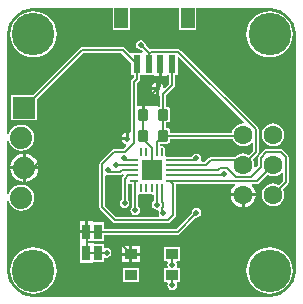
<source format=gbl>
G04 Layer_Physical_Order=2*
G04 Layer_Color=16711680*
%FSLAX44Y44*%
%MOMM*%
G71*
G01*
G75*
%ADD10R,0.6350X1.2700*%
%ADD11R,1.0160X0.8636*%
G04:AMPARAMS|DCode=14|XSize=1mm|YSize=0.9mm|CornerRadius=0.1125mm|HoleSize=0mm|Usage=FLASHONLY|Rotation=90.000|XOffset=0mm|YOffset=0mm|HoleType=Round|Shape=RoundedRectangle|*
%AMROUNDEDRECTD14*
21,1,1.0000,0.6750,0,0,90.0*
21,1,0.7750,0.9000,0,0,90.0*
1,1,0.2250,0.3375,0.3875*
1,1,0.2250,0.3375,-0.3875*
1,1,0.2250,-0.3375,-0.3875*
1,1,0.2250,-0.3375,0.3875*
%
%ADD14ROUNDEDRECTD14*%
%ADD15C,0.2000*%
%ADD18C,3.6000*%
%ADD19R,1.8796X1.8796*%
%ADD20C,1.8796*%
%ADD21C,0.5000*%
%ADD22R,0.6000X1.5500*%
%ADD23R,1.2000X1.8000*%
%ADD24R,1.7000X1.7000*%
%ADD25O,0.2000X0.7500*%
%ADD26O,0.7500X0.2000*%
%ADD27C,1.6000*%
G36*
X-100000Y122176D02*
X-33000D01*
Y103500D01*
X-18000D01*
Y122176D01*
X23000D01*
Y103500D01*
X38000D01*
Y122176D01*
X98772D01*
X100000Y122176D01*
X100000Y122176D01*
X100000Y122176D01*
Y122176D01*
X101234Y122088D01*
X104333Y121783D01*
X108499Y120519D01*
X112339Y118467D01*
X115705Y115705D01*
X118467Y112339D01*
X120519Y108499D01*
X121783Y104333D01*
X122088Y101234D01*
X122176Y100000D01*
X122176D01*
X122176Y100000D01*
Y-98772D01*
X122176Y-100000D01*
X122176Y-100000D01*
X122176Y-100000D01*
X122176D01*
X122088Y-101234D01*
X121783Y-104333D01*
X120519Y-108499D01*
X118467Y-112339D01*
X115705Y-115705D01*
X112339Y-118467D01*
X108499Y-120519D01*
X104333Y-121783D01*
X101234Y-122088D01*
X100000Y-122176D01*
Y-122176D01*
X100000Y-122176D01*
X-98772D01*
X-100000Y-122176D01*
X-100000Y-122176D01*
X-100000Y-122176D01*
Y-122176D01*
X-101234Y-122088D01*
X-104333Y-121783D01*
X-108499Y-120519D01*
X-112339Y-118467D01*
X-115705Y-115705D01*
X-118467Y-112339D01*
X-120519Y-108499D01*
X-121783Y-104333D01*
X-122088Y-101234D01*
X-122176Y-100000D01*
X-122176D01*
X-122176Y-100000D01*
Y-40990D01*
X-120906Y-40906D01*
X-120887Y-41045D01*
X-119789Y-43696D01*
X-118042Y-45972D01*
X-115766Y-47719D01*
X-113115Y-48818D01*
X-110270Y-49192D01*
X-107425Y-48818D01*
X-104774Y-47719D01*
X-102498Y-45972D01*
X-100751Y-43696D01*
X-99653Y-41045D01*
X-99278Y-38200D01*
X-99653Y-35355D01*
X-100751Y-32704D01*
X-102498Y-30427D01*
X-104774Y-28681D01*
X-107425Y-27582D01*
X-110270Y-27208D01*
X-113115Y-27582D01*
X-115766Y-28681D01*
X-118042Y-30427D01*
X-119789Y-32704D01*
X-120887Y-35355D01*
X-120906Y-35494D01*
X-122176Y-35410D01*
Y9810D01*
X-120906Y9894D01*
X-120887Y9755D01*
X-119789Y7104D01*
X-118042Y4827D01*
X-115766Y3081D01*
X-113115Y1982D01*
X-110270Y1608D01*
X-107425Y1982D01*
X-104774Y3081D01*
X-102498Y4827D01*
X-100751Y7104D01*
X-99653Y9755D01*
X-99278Y12600D01*
X-99653Y15445D01*
X-100751Y18096D01*
X-102498Y20373D01*
X-104774Y22119D01*
X-107425Y23217D01*
X-110270Y23592D01*
X-113115Y23217D01*
X-115766Y22119D01*
X-118042Y20373D01*
X-119789Y18096D01*
X-120887Y15445D01*
X-120906Y15306D01*
X-122176Y15390D01*
Y98772D01*
X-122176Y100000D01*
X-122176Y100000D01*
X-122176Y100000D01*
X-122176D01*
X-122088Y101234D01*
X-121783Y104333D01*
X-120519Y108499D01*
X-118467Y112339D01*
X-115705Y115705D01*
X-112339Y118467D01*
X-108499Y120519D01*
X-104333Y121783D01*
X-101234Y122088D01*
X-100000Y122176D01*
Y122176D01*
X-100000Y122176D01*
D02*
G37*
%LPC*%
G36*
X-95856Y-14070D02*
X-106460D01*
Y-24674D01*
X-104614Y-24431D01*
X-101709Y-23228D01*
X-99216Y-21314D01*
X-97302Y-18821D01*
X-96099Y-15917D01*
X-95856Y-14070D01*
D02*
G37*
G36*
X-109000D02*
X-119604D01*
X-119361Y-15917D01*
X-118158Y-18821D01*
X-116244Y-21314D01*
X-113750Y-23228D01*
X-110847Y-24431D01*
X-109000Y-24674D01*
Y-14070D01*
D02*
G37*
G36*
Y-926D02*
X-110847Y-1169D01*
X-113750Y-2372D01*
X-116244Y-4286D01*
X-118158Y-6780D01*
X-119361Y-9683D01*
X-119604Y-11530D01*
X-109000D01*
Y-926D01*
D02*
G37*
G36*
X-9906Y-87380D02*
X-16256D01*
Y-92968D01*
X-9906D01*
Y-87380D01*
D02*
G37*
G36*
X88064Y-37070D02*
X78870D01*
Y-46264D01*
X80351Y-46069D01*
X82915Y-45007D01*
X85117Y-43317D01*
X86807Y-41116D01*
X87869Y-38552D01*
X88064Y-37070D01*
D02*
G37*
G36*
X-9906Y-79252D02*
X-16256D01*
Y-84840D01*
X-9906D01*
Y-79252D01*
D02*
G37*
G36*
X-18796D02*
X-25146D01*
Y-84840D01*
X-18796D01*
Y-79252D01*
D02*
G37*
G36*
X-56350Y-58110D02*
X-60795D01*
Y-65730D01*
X-56350D01*
Y-58110D01*
D02*
G37*
G36*
X76330Y-37070D02*
X67136D01*
X67331Y-38552D01*
X68393Y-41116D01*
X70083Y-43317D01*
X72285Y-45007D01*
X74849Y-46069D01*
X76330Y-46264D01*
Y-37070D01*
D02*
G37*
G36*
X38000Y-46922D02*
X36439Y-47232D01*
X35116Y-48116D01*
X34232Y-49439D01*
X33922Y-51000D01*
X34000Y-51395D01*
X20944Y-64451D01*
X-38998D01*
X-39000Y-64451D01*
X-40245D01*
Y-59150D01*
X-49365D01*
Y-58110D01*
X-53810D01*
Y-67000D01*
X-55080D01*
Y-68270D01*
X-60795D01*
Y-74840D01*
X-60795Y-75890D01*
X-60795Y-77160D01*
Y-93890D01*
X-49365D01*
Y-92850D01*
X-40245D01*
Y-89722D01*
X-38975Y-88885D01*
X-38000Y-89079D01*
X-36439Y-88768D01*
X-35116Y-87884D01*
X-34232Y-86561D01*
X-33921Y-85000D01*
X-34232Y-83439D01*
X-35116Y-82116D01*
X-36439Y-81232D01*
X-38000Y-80922D01*
X-38975Y-81116D01*
X-40245Y-80278D01*
Y-77150D01*
X-49082D01*
X-49336Y-76000D01*
X-49082Y-74850D01*
X-40245D01*
Y-69549D01*
X-39002D01*
X-39000Y-69549D01*
X22000D01*
X22975Y-69355D01*
X23802Y-68802D01*
X37605Y-55000D01*
X38000Y-55078D01*
X39561Y-54768D01*
X40884Y-53884D01*
X41768Y-52561D01*
X42078Y-51000D01*
X41768Y-49439D01*
X40884Y-48116D01*
X39561Y-47232D01*
X38000Y-46922D01*
D02*
G37*
G36*
X-106460Y-926D02*
Y-11530D01*
X-95856D01*
X-96099Y-9683D01*
X-97302Y-6780D01*
X-99216Y-4286D01*
X-101709Y-2372D01*
X-104614Y-1169D01*
X-106460Y-926D01*
D02*
G37*
G36*
X-100000Y-80406D02*
X-103822Y-80782D01*
X-107498Y-81897D01*
X-110886Y-83708D01*
X-113855Y-86145D01*
X-116292Y-89114D01*
X-118103Y-92501D01*
X-119218Y-96177D01*
X-119594Y-100000D01*
X-119218Y-103822D01*
X-118103Y-107498D01*
X-116292Y-110886D01*
X-113855Y-113855D01*
X-110886Y-116292D01*
X-107498Y-118103D01*
X-103822Y-119218D01*
X-100000Y-119594D01*
X-96177Y-119218D01*
X-92501Y-118103D01*
X-89114Y-116292D01*
X-86145Y-113855D01*
X-83708Y-110886D01*
X-81897Y-107498D01*
X-80782Y-103822D01*
X-80406Y-100000D01*
X-80782Y-96177D01*
X-81897Y-92501D01*
X-83708Y-89114D01*
X-86145Y-86145D01*
X-89114Y-83708D01*
X-92501Y-81897D01*
X-96177Y-80782D01*
X-100000Y-80406D01*
D02*
G37*
G36*
X100000D02*
X96177Y-80782D01*
X92501Y-81897D01*
X89114Y-83708D01*
X86145Y-86145D01*
X83708Y-89114D01*
X81897Y-92501D01*
X80782Y-96177D01*
X80406Y-100000D01*
X80782Y-103822D01*
X81897Y-107498D01*
X83708Y-110886D01*
X86145Y-113855D01*
X89114Y-116292D01*
X92501Y-118103D01*
X96177Y-119218D01*
X100000Y-119594D01*
X103822Y-119218D01*
X107498Y-118103D01*
X110886Y-116292D01*
X113855Y-113855D01*
X116292Y-110886D01*
X118103Y-107498D01*
X119218Y-103822D01*
X119594Y-100000D01*
X119218Y-96177D01*
X118103Y-92501D01*
X116292Y-89114D01*
X113855Y-86145D01*
X110886Y-83708D01*
X107498Y-81897D01*
X103822Y-80782D01*
X100000Y-80406D01*
D02*
G37*
G36*
X-100000Y119594D02*
X-103822Y119218D01*
X-107498Y118103D01*
X-110886Y116292D01*
X-113855Y113855D01*
X-116292Y110886D01*
X-118103Y107498D01*
X-119218Y103822D01*
X-119594Y100000D01*
X-119218Y96177D01*
X-118103Y92501D01*
X-116292Y89114D01*
X-113855Y86145D01*
X-110886Y83708D01*
X-107498Y81897D01*
X-103822Y80782D01*
X-100000Y80406D01*
X-96177Y80782D01*
X-92501Y81897D01*
X-89114Y83708D01*
X-86145Y86145D01*
X-83708Y89114D01*
X-81897Y92501D01*
X-80782Y96177D01*
X-80406Y100000D01*
X-80782Y103822D01*
X-81897Y107498D01*
X-83708Y110886D01*
X-86145Y113855D01*
X-89114Y116292D01*
X-92501Y118103D01*
X-96177Y119218D01*
X-100000Y119594D01*
D02*
G37*
G36*
X-9000Y95078D02*
X-10561Y94768D01*
X-11884Y93884D01*
X-12768Y92561D01*
X-13078Y91000D01*
X-12768Y89439D01*
X-11884Y88116D01*
X-10561Y87232D01*
X-9000Y86922D01*
X-8605Y87000D01*
X-7125Y85520D01*
X-7651Y84250D01*
X-8000D01*
Y84250D01*
X-17000D01*
Y84250D01*
X-17810Y83915D01*
X-22697Y88802D01*
X-23524Y89355D01*
X-24500Y89549D01*
X-58730D01*
X-59705Y89355D01*
X-60532Y88802D01*
X-100437Y48898D01*
X-118628D01*
Y27102D01*
X-96832D01*
Y45293D01*
X-57674Y84451D01*
X-25556D01*
X-17000Y75895D01*
Y65750D01*
X-15049D01*
Y63556D01*
X-16802Y61802D01*
X-17355Y60975D01*
X-17549Y60000D01*
Y17248D01*
X-18819Y16485D01*
X-19087Y16538D01*
Y11652D01*
X-20357D01*
Y10382D01*
X-25243D01*
X-25105Y9686D01*
X-23991Y8018D01*
X-22324Y6904D01*
X-21634Y6767D01*
X-21216Y5389D01*
X-23660Y2945D01*
X-31608D01*
X-32583Y2751D01*
X-33410Y2199D01*
X-43490Y-7882D01*
X-44043Y-8709D01*
X-44237Y-9684D01*
Y-46362D01*
X-44043Y-47338D01*
X-43490Y-48165D01*
X-32853Y-58802D01*
X-32026Y-59355D01*
X-31050Y-59549D01*
X14000D01*
X14976Y-59355D01*
X15802Y-58802D01*
X19802Y-54802D01*
X20355Y-53975D01*
X20549Y-53000D01*
Y-26750D01*
X20714Y-26549D01*
X70257D01*
X70562Y-27089D01*
X70575Y-27708D01*
X70510Y-27955D01*
X70083Y-28283D01*
X68393Y-30485D01*
X67331Y-33049D01*
X67136Y-34530D01*
X77600D01*
X88064D01*
X87869Y-33049D01*
X86807Y-30485D01*
X85117Y-28283D01*
X84690Y-27955D01*
X84629Y-27724D01*
X84660Y-27049D01*
X84944Y-26549D01*
X89400D01*
X90376Y-26355D01*
X91203Y-25802D01*
X98278Y-18727D01*
X100520Y-19656D01*
X103000Y-19982D01*
X105480Y-19656D01*
X107791Y-18699D01*
X109687Y-17244D01*
X110312Y-17358D01*
X110957Y-17577D01*
Y-24239D01*
X107722Y-27473D01*
X105480Y-26545D01*
X103000Y-26218D01*
X100520Y-26545D01*
X98209Y-27502D01*
X96225Y-29025D01*
X94702Y-31009D01*
X93745Y-33320D01*
X93418Y-35800D01*
X93745Y-38280D01*
X94702Y-40591D01*
X96225Y-42576D01*
X98209Y-44099D01*
X100520Y-45056D01*
X103000Y-45382D01*
X105480Y-45056D01*
X107791Y-44099D01*
X109775Y-42576D01*
X111298Y-40591D01*
X112255Y-38280D01*
X112582Y-35800D01*
X112255Y-33320D01*
X111327Y-31078D01*
X115308Y-27097D01*
X115861Y-26270D01*
X116055Y-25294D01*
Y-3842D01*
X115861Y-2867D01*
X115308Y-2040D01*
X111244Y2024D01*
X110417Y2577D01*
X109442Y2771D01*
X97250D01*
X96275Y2577D01*
X95448Y2024D01*
X90622Y-2802D01*
X90069Y-3629D01*
X89875Y-4604D01*
Y-10914D01*
X88171Y-12618D01*
X86968Y-12025D01*
X87182Y-10400D01*
X86855Y-7920D01*
X85927Y-5678D01*
X89908Y-1697D01*
X90461Y-870D01*
X90655Y106D01*
Y19780D01*
X90461Y20756D01*
X89908Y21582D01*
X24376Y87114D01*
X23549Y87667D01*
X22574Y87861D01*
X-286D01*
X-1261Y87667D01*
X-1741Y87346D01*
X-5000Y90605D01*
X-4922Y91000D01*
X-5232Y92561D01*
X-6116Y93884D01*
X-7439Y94768D01*
X-9000Y95078D01*
D02*
G37*
G36*
X100000Y119594D02*
X96177Y119218D01*
X92501Y118103D01*
X89114Y116292D01*
X86145Y113855D01*
X83708Y110886D01*
X81897Y107498D01*
X80782Y103822D01*
X80406Y100000D01*
X80782Y96177D01*
X81897Y92501D01*
X83708Y89114D01*
X86145Y86145D01*
X89114Y83708D01*
X92501Y81897D01*
X96177Y80782D01*
X100000Y80406D01*
X103822Y80782D01*
X107498Y81897D01*
X110886Y83708D01*
X113855Y86145D01*
X116292Y89114D01*
X118103Y92501D01*
X119218Y96177D01*
X119594Y100000D01*
X119218Y103822D01*
X118103Y107498D01*
X116292Y110886D01*
X113855Y113855D01*
X110886Y116292D01*
X107498Y118103D01*
X103822Y119218D01*
X100000Y119594D01*
D02*
G37*
G36*
X103000Y24582D02*
X100520Y24255D01*
X98209Y23298D01*
X96225Y21775D01*
X94702Y19791D01*
X93745Y17480D01*
X93418Y15000D01*
X93745Y12520D01*
X94702Y10209D01*
X96225Y8224D01*
X98209Y6701D01*
X100520Y5744D01*
X103000Y5418D01*
X105480Y5744D01*
X107791Y6701D01*
X109775Y8224D01*
X111298Y10209D01*
X112255Y12520D01*
X112582Y15000D01*
X112255Y17480D01*
X111298Y19791D01*
X109775Y21775D01*
X107791Y23298D01*
X105480Y24255D01*
X103000Y24582D01*
D02*
G37*
G36*
X-18796Y-87380D02*
X-25146D01*
Y-92968D01*
X-18796D01*
Y-87380D01*
D02*
G37*
G36*
X-21627Y16538D02*
X-22324Y16400D01*
X-23991Y15286D01*
X-25105Y13619D01*
X-25243Y12922D01*
X-21627D01*
Y16538D01*
D02*
G37*
G36*
X24080Y-80292D02*
X10920D01*
Y-91928D01*
X13403D01*
X14082Y-93198D01*
X13732Y-93721D01*
X13422Y-95282D01*
X13696Y-96662D01*
X13317Y-97619D01*
X13150Y-97932D01*
X10920D01*
Y-109568D01*
X13157D01*
X13836Y-110838D01*
X13732Y-110993D01*
X13422Y-112554D01*
X13732Y-114115D01*
X14616Y-115438D01*
X15939Y-116322D01*
X17500Y-116632D01*
X19061Y-116322D01*
X20384Y-115438D01*
X21268Y-114115D01*
X21578Y-112554D01*
X21268Y-110993D01*
X21164Y-110838D01*
X21843Y-109568D01*
X24080D01*
Y-97932D01*
X21850D01*
X21683Y-97619D01*
X21304Y-96662D01*
X21578Y-95282D01*
X21268Y-93721D01*
X20918Y-93198D01*
X21597Y-91928D01*
X24080D01*
Y-80292D01*
D02*
G37*
G36*
X-10946Y-97932D02*
X-24106D01*
Y-109568D01*
X-10946D01*
Y-97932D01*
D02*
G37*
%LPD*%
G36*
X78621Y25660D02*
X78059Y24521D01*
X77600Y24582D01*
X75120Y24255D01*
X72809Y23298D01*
X70825Y21775D01*
X69302Y19791D01*
X68345Y17480D01*
X68222Y16549D01*
X16052D01*
Y17875D01*
X15848Y18899D01*
X15268Y19768D01*
X14400Y20348D01*
X13376Y20551D01*
X12550D01*
Y22828D01*
X12549Y22831D01*
Y25449D01*
X13375D01*
X14399Y25652D01*
X15267Y26232D01*
X15848Y27101D01*
X16051Y28125D01*
Y35875D01*
X15848Y36899D01*
X15267Y37768D01*
X14399Y38348D01*
X13375Y38551D01*
X12549D01*
Y48442D01*
X19303Y55196D01*
X19855Y56023D01*
X20049Y56998D01*
Y65750D01*
X22000D01*
Y80622D01*
X23173Y81108D01*
X78621Y25660D01*
D02*
G37*
G36*
X8770Y64710D02*
X13040D01*
Y65750D01*
X14951D01*
Y58054D01*
X11345Y54447D01*
X9967Y54865D01*
X9748Y55967D01*
X8634Y57634D01*
X6967Y58748D01*
X6270Y58886D01*
Y54000D01*
Y49031D01*
X7443Y48171D01*
X7451Y48152D01*
Y38551D01*
X6625D01*
X6061Y38439D01*
X5500Y39000D01*
X-1705D01*
X-2195Y39327D01*
X-3625Y39612D01*
X-5730D01*
Y32000D01*
X-8270D01*
Y39612D01*
X-10375D01*
X-11181Y39451D01*
X-12451Y40307D01*
Y58944D01*
X-10697Y60698D01*
X-10145Y61525D01*
X-9951Y62500D01*
Y65750D01*
X-8000D01*
Y65750D01*
X-7000D01*
Y65750D01*
X1960D01*
Y64710D01*
X6230D01*
Y75000D01*
X8770D01*
Y64710D01*
D02*
G37*
G36*
X-23981Y-18236D02*
X-23563Y-19614D01*
X-24615Y-20666D01*
X-25167Y-21493D01*
X-25361Y-22468D01*
Y-39884D01*
X-25696Y-40108D01*
X-26580Y-41431D01*
X-26891Y-42991D01*
X-26580Y-44552D01*
X-25696Y-45875D01*
X-24373Y-46759D01*
X-22812Y-47070D01*
X-21251Y-46759D01*
X-19928Y-45875D01*
X-19044Y-44552D01*
X-18734Y-42991D01*
X-19044Y-41431D01*
X-19928Y-40108D01*
X-20263Y-39884D01*
Y-27022D01*
X-18993Y-26343D01*
X-18976Y-26355D01*
X-18000Y-26549D01*
X-16297D01*
Y-45946D01*
X-16632Y-46170D01*
X-17516Y-47493D01*
X-17826Y-49054D01*
X-17516Y-50615D01*
X-16632Y-51938D01*
X-15309Y-52822D01*
X-13748Y-53132D01*
X-12187Y-52822D01*
X-10864Y-51938D01*
X-9980Y-50615D01*
X-9670Y-49054D01*
X-9980Y-47493D01*
X-10864Y-46170D01*
X-11199Y-45946D01*
Y-36065D01*
X-9981Y-35359D01*
X-9929Y-35365D01*
X-9000Y-35549D01*
X-8025Y-35355D01*
X-7198Y-34803D01*
X-6302D01*
X-5475Y-35355D01*
X-4500Y-35549D01*
X-3524Y-35355D01*
X-3135Y-35095D01*
X-2250Y-34901D01*
X-1365Y-35095D01*
X-975Y-35355D01*
X0Y-35549D01*
X681Y-35414D01*
X1615Y-35929D01*
X1951Y-36231D01*
Y-41219D01*
X1616Y-41442D01*
X732Y-42765D01*
X421Y-44326D01*
X732Y-45887D01*
X1616Y-47210D01*
X2939Y-48094D01*
X4500Y-48404D01*
X5181Y-48269D01*
X5487Y-48472D01*
X6232Y-49439D01*
X5922Y-51000D01*
X6232Y-52561D01*
X6647Y-53181D01*
X5968Y-54451D01*
X-29994D01*
X-39139Y-45307D01*
Y-19635D01*
X-37869Y-18931D01*
X-36608Y-19182D01*
X-36034Y-19068D01*
X-35853Y-19189D01*
X-34877Y-19384D01*
X-26711D01*
X-25736Y-19189D01*
X-24909Y-18637D01*
X-24420Y-18149D01*
X-23981Y-18236D01*
D02*
G37*
G36*
X69302Y10209D02*
X70825Y8224D01*
X72809Y6701D01*
X75120Y5744D01*
X77600Y5418D01*
X80080Y5744D01*
X82391Y6701D01*
X84287Y8156D01*
X84913Y8042D01*
X85557Y7823D01*
Y1161D01*
X82322Y-2074D01*
X80080Y-1145D01*
X77600Y-818D01*
X75120Y-1145D01*
X72809Y-2102D01*
X70825Y-3625D01*
X70404Y-4173D01*
X49974D01*
X48998Y-4367D01*
X48172Y-4920D01*
X45140Y-7951D01*
X42366D01*
X41687Y-6681D01*
X41768Y-6561D01*
X42078Y-5000D01*
X41768Y-3439D01*
X40884Y-2116D01*
X39561Y-1232D01*
X38000Y-922D01*
X36439Y-1232D01*
X35116Y-2116D01*
X34232Y-3439D01*
X34230Y-3451D01*
X12654D01*
X12339Y-3289D01*
X11712Y-2663D01*
X11549Y-2345D01*
Y3000D01*
X11355Y3975D01*
X10802Y4802D01*
X9975Y5355D01*
X9000Y5549D01*
X8319Y5414D01*
X7385Y5929D01*
X7107Y6179D01*
X7123Y7448D01*
X13376D01*
X14400Y7652D01*
X15268Y8232D01*
X15848Y9101D01*
X16052Y10125D01*
Y11451D01*
X68787D01*
X69302Y10209D01*
D02*
G37*
%LPC*%
G36*
X3730Y58886D02*
X3034Y58748D01*
X1366Y57634D01*
X252Y55967D01*
X114Y55270D01*
X3730D01*
Y58886D01*
D02*
G37*
G36*
Y52730D02*
X114D01*
X252Y52034D01*
X1366Y50366D01*
X3034Y49252D01*
X3730Y49114D01*
Y52730D01*
D02*
G37*
%LPD*%
D10*
X-55080Y-85000D02*
D03*
X-44920D02*
D03*
X-55080Y-67000D02*
D03*
X-44920D02*
D03*
D11*
X-17526Y-103750D02*
D03*
X17500D02*
D03*
X-17526Y-86110D02*
D03*
X17500D02*
D03*
D14*
X-7000Y14000D02*
D03*
X10000D02*
D03*
X10000Y32000D02*
D03*
X-7000D02*
D03*
D15*
X10000Y14000D02*
Y22828D01*
X10000Y22829D02*
X10000Y22828D01*
X10000Y22829D02*
Y32000D01*
Y49498D01*
X17500Y56998D01*
Y75000D01*
X77600Y-10400D02*
X88106Y106D01*
Y19780D01*
X22574Y85312D02*
X88106Y19780D01*
X-286Y85312D02*
X22574D01*
X-2500Y83098D02*
X-286Y85312D01*
X-19844Y-19500D02*
X-15250D01*
X-22812Y-22468D02*
X-19844Y-19500D01*
X-22812Y-42991D02*
Y-22468D01*
X-15250Y-24000D02*
X-13748D01*
X15250Y-10500D02*
X46196D01*
X49974Y-6722D01*
X-29750Y-10500D02*
X-15250D01*
X-24877Y-15000D02*
X-15250D01*
X-26711Y-16835D02*
X-24877Y-15000D01*
X-34877Y-16835D02*
X-26711D01*
X-36608Y-15104D02*
X-34877Y-16835D01*
X-41688Y-9684D02*
X-31608Y396D01*
X17500Y-112554D02*
Y-103750D01*
X0Y-7929D02*
Y250D01*
X3536Y-18535D02*
X5000Y-17071D01*
X4500Y-44326D02*
Y-30250D01*
X60256Y-19500D02*
X61182Y-18574D01*
X15250Y-19500D02*
X60256D01*
X103000Y-35800D02*
X113506Y-25294D01*
Y-3842D01*
X109442Y222D02*
X113506Y-3842D01*
X97250Y222D02*
X109442D01*
X92424Y-4604D02*
X97250Y222D01*
X92424Y-11970D02*
Y-4604D01*
X15250Y-15000D02*
X56184D01*
X-75602Y11652D02*
X-20357D01*
X-21750Y-6000D02*
X-15250D01*
X-23146Y-4604D02*
X-21750Y-6000D01*
X17500Y-95282D02*
Y-86110D01*
X-13748Y-49054D02*
Y-24000D01*
X5000Y-17071D02*
Y-12929D01*
X0Y-7929D02*
X5000Y-12929D01*
X-31608Y396D02*
X-22604D01*
X-15000Y8000D01*
Y60000D02*
X-12500Y62500D01*
Y75000D01*
X-15000Y8000D02*
Y60000D01*
X7500Y56500D02*
Y75000D01*
X-7000Y42000D02*
X7500Y56500D01*
X-7000Y14000D02*
Y32000D01*
Y42000D01*
Y11000D02*
Y14000D01*
Y11000D02*
X0Y4000D01*
Y250D02*
Y4000D01*
X4500Y250D02*
Y8499D01*
X10000Y14000D01*
X76600D02*
X77600Y15000D01*
X10000Y14000D02*
X76600D01*
X56184Y-15000D02*
X58184Y-13000D01*
X63740D01*
X89400Y-24000D02*
X103000Y-10400D01*
X63740Y-13000D02*
X71240Y-20500D01*
X83894D02*
X92424Y-11970D01*
X71240Y-20500D02*
X72850D01*
X73251Y-20900D01*
X81949D01*
X82350Y-20500D01*
X83894D01*
X15250Y-24000D02*
X71401D01*
X71801Y-24400D01*
X83399D01*
X83799Y-24000D01*
X89400D01*
X-42690Y-67000D02*
X-39000D01*
X15250Y-6000D02*
X38000D01*
X-41688Y-46362D02*
X-31050Y-57000D01*
X-41688Y-46362D02*
Y-9684D01*
X15250Y-24000D02*
X18000Y-26750D01*
X-31050Y-57000D02*
X14000D01*
X18000Y-53000D01*
Y-26750D01*
X9000Y-51000D02*
X9500Y-51500D01*
X9000Y-51000D02*
Y-46897D01*
X9500Y-46397D01*
Y-42255D01*
X9000Y-41755D02*
X9500Y-42255D01*
X9000Y-41755D02*
Y-30250D01*
X-107730Y-12800D02*
X-100054D01*
X-75602Y11652D01*
X-44920Y-85000D02*
X-38000D01*
X-107730Y38000D02*
X-58730Y87000D01*
X-24500D01*
X-12500Y75000D01*
X-110270Y12600D02*
X-104870Y18000D01*
X-9000Y91000D02*
X-2500Y84500D01*
Y75000D02*
Y83098D01*
Y84500D01*
X73922Y-6722D02*
X77600Y-10400D01*
X49974Y-6722D02*
X73922D01*
X-52920Y-85000D02*
X-44920D01*
X-52920Y-67000D02*
X-44920D01*
X-39000Y-67000D02*
X22000D01*
X38000Y-51000D01*
X-54810Y-76000D02*
X-27636D01*
X-17526Y-86110D01*
X-54810Y-85000D02*
Y-76000D01*
Y-67000D01*
D18*
X-100000Y-100000D02*
D03*
X100000D02*
D03*
Y100000D02*
D03*
X-100000D02*
D03*
D19*
X-107730Y38000D02*
D03*
D20*
X-110270Y12600D02*
D03*
X-107730Y-12800D02*
D03*
X-110270Y-38200D02*
D03*
D21*
X-22812Y-42991D02*
D03*
X-13748Y-49054D02*
D03*
X-29750Y-10500D02*
D03*
X-36608Y-15104D02*
D03*
X17500Y-112554D02*
D03*
X61182Y-18574D02*
D03*
X-20357Y11652D02*
D03*
X-23146Y-4604D02*
D03*
X17500Y-95282D02*
D03*
X38000Y-5000D02*
D03*
Y-51000D02*
D03*
X4500Y-44326D02*
D03*
X10000Y-51000D02*
D03*
X5000Y54000D02*
D03*
X0Y-15000D02*
D03*
X-9000Y91000D02*
D03*
X-38000Y-85000D02*
D03*
D22*
X17500Y75000D02*
D03*
X7500D02*
D03*
X-2500D02*
D03*
X-12500D02*
D03*
D23*
X30500Y114000D02*
D03*
X-25500D02*
D03*
D24*
X0Y-15000D02*
D03*
D25*
X-9000Y-30250D02*
D03*
X-4500D02*
D03*
X0D02*
D03*
X4500D02*
D03*
X9000D02*
D03*
Y250D02*
D03*
X4500D02*
D03*
X0D02*
D03*
X-4500D02*
D03*
X-9000D02*
D03*
D26*
X15250Y-24000D02*
D03*
Y-19500D02*
D03*
Y-15000D02*
D03*
Y-10500D02*
D03*
Y-6000D02*
D03*
X-15250D02*
D03*
Y-10500D02*
D03*
Y-15000D02*
D03*
Y-19500D02*
D03*
Y-24000D02*
D03*
D27*
X103000Y15000D02*
D03*
X77600D02*
D03*
X103000Y-10400D02*
D03*
X77600D02*
D03*
X103000Y-35800D02*
D03*
X77600D02*
D03*
M02*

</source>
